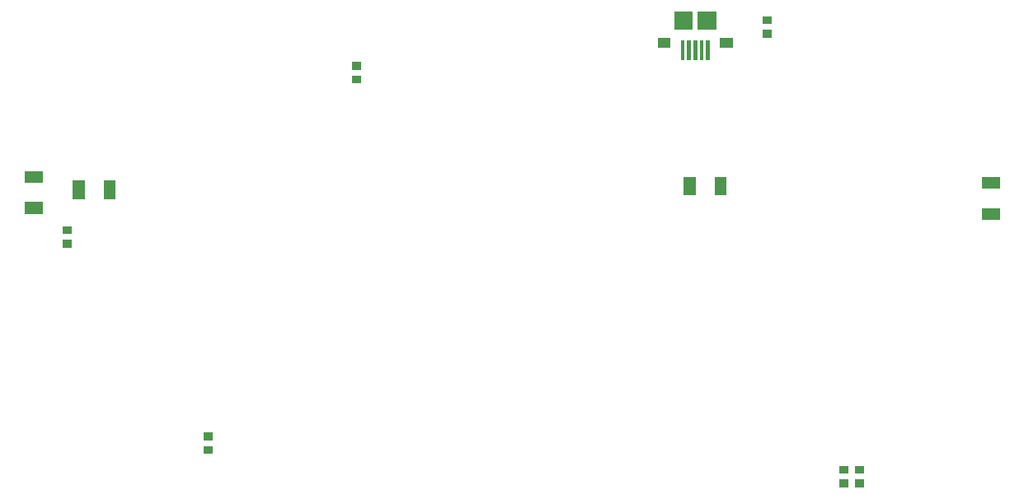
<source format=gbp>
G04 Layer: BottomPasteMaskLayer*
G04 EasyEDA v6.5.9, 2022-07-24 14:24:57*
G04 f987cc21297445cdbeb1743f52e6d1e3,55142d4dae0f4ab4aabfa0547b1eedf3,10*
G04 Gerber Generator version 0.2*
G04 Scale: 100 percent, Rotated: No, Reflected: No *
G04 Dimensions in millimeters *
G04 leading zeros omitted , absolute positions ,4 integer and 5 decimal *
%FSLAX45Y45*%
%MOMM*%

%ADD10C,0.0001*%

%LPD*%
G36*
X2381801Y-2573500D02*
G01*
X2381801Y-2493500D01*
X2291798Y-2493500D01*
X2291798Y-2573500D01*
G37*
G36*
X2381801Y-2713499D02*
G01*
X2381801Y-2633499D01*
X2291798Y-2633499D01*
X2291798Y-2713499D01*
G37*
G36*
X9570001Y-554499D02*
G01*
X9570001Y-474499D01*
X9479998Y-474499D01*
X9479998Y-554499D01*
G37*
G36*
X9570001Y-414500D02*
G01*
X9570001Y-334500D01*
X9479998Y-334500D01*
X9479998Y-414500D01*
G37*
G36*
X10432498Y-4957300D02*
G01*
X10432498Y-5037300D01*
X10522501Y-5037300D01*
X10522501Y-4957300D01*
G37*
G36*
X10432498Y-5097299D02*
G01*
X10432498Y-5177299D01*
X10522501Y-5177299D01*
X10522501Y-5097299D01*
G37*
G36*
X10267398Y-4957300D02*
G01*
X10267398Y-5037300D01*
X10357401Y-5037300D01*
X10357401Y-4957300D01*
G37*
G36*
X10267398Y-5097299D02*
G01*
X10267398Y-5177299D01*
X10357401Y-5177299D01*
X10357401Y-5097299D01*
G37*
G36*
X5353601Y-1024399D02*
G01*
X5353601Y-944399D01*
X5263598Y-944399D01*
X5263598Y-1024399D01*
G37*
G36*
X5353601Y-884400D02*
G01*
X5353601Y-804400D01*
X5263598Y-804400D01*
X5263598Y-884400D01*
G37*
G36*
X3739598Y-4614400D02*
G01*
X3739598Y-4694400D01*
X3829601Y-4694400D01*
X3829601Y-4614400D01*
G37*
G36*
X3739598Y-4754399D02*
G01*
X3739598Y-4834399D01*
X3829601Y-4834399D01*
X3829601Y-4754399D01*
G37*
G36*
X8535860Y-555889D02*
G01*
X8400859Y-555889D01*
X8400859Y-655888D01*
X8535860Y-655888D01*
G37*
G36*
X9175940Y-555889D02*
G01*
X9040939Y-555889D01*
X9040939Y-655888D01*
X9175940Y-655888D01*
G37*
G36*
X8573414Y-285902D02*
G01*
X8573414Y-475894D01*
X8763406Y-475894D01*
X8763406Y-285902D01*
G37*
G36*
X8813413Y-285902D02*
G01*
X8813413Y-475894D01*
X9003405Y-475894D01*
X9003405Y-285902D01*
G37*
G36*
X8678400Y-790912D02*
G01*
X8678400Y-580913D01*
X8638400Y-580913D01*
X8638400Y-790912D01*
G37*
G36*
X8743398Y-790912D02*
G01*
X8743398Y-580913D01*
X8703398Y-580913D01*
X8703398Y-790912D01*
G37*
G36*
X8808399Y-790912D02*
G01*
X8808399Y-580913D01*
X8768400Y-580913D01*
X8768400Y-790912D01*
G37*
G36*
X8873401Y-790912D02*
G01*
X8873401Y-580913D01*
X8833401Y-580913D01*
X8833401Y-790912D01*
G37*
G36*
X8938399Y-790912D02*
G01*
X8938399Y-580913D01*
X8898399Y-580913D01*
X8898399Y-790912D01*
G37*
G36*
X11728698Y-2309807D02*
G01*
X11728698Y-2429807D01*
X11918701Y-2429807D01*
X11918701Y-2309807D01*
G37*
G36*
X11728698Y-1989792D02*
G01*
X11728698Y-2109792D01*
X11918701Y-2109792D01*
X11918701Y-1989792D01*
G37*
G36*
X1898898Y-2246307D02*
G01*
X1898898Y-2366307D01*
X2088901Y-2366307D01*
X2088901Y-2246307D01*
G37*
G36*
X1898898Y-1926292D02*
G01*
X1898898Y-2046292D01*
X2088901Y-2046292D01*
X2088901Y-1926292D01*
G37*
G36*
X8789992Y-1987798D02*
G01*
X8669992Y-1987798D01*
X8669992Y-2177801D01*
X8789992Y-2177801D01*
G37*
G36*
X9110007Y-1987798D02*
G01*
X8990007Y-1987798D01*
X8990007Y-2177801D01*
X9110007Y-2177801D01*
G37*
G36*
X2716207Y-2215901D02*
G01*
X2836207Y-2215901D01*
X2836207Y-2025898D01*
X2716207Y-2025898D01*
G37*
G36*
X2396192Y-2215901D02*
G01*
X2516192Y-2215901D01*
X2516192Y-2025898D01*
X2396192Y-2025898D01*
G37*
M02*

</source>
